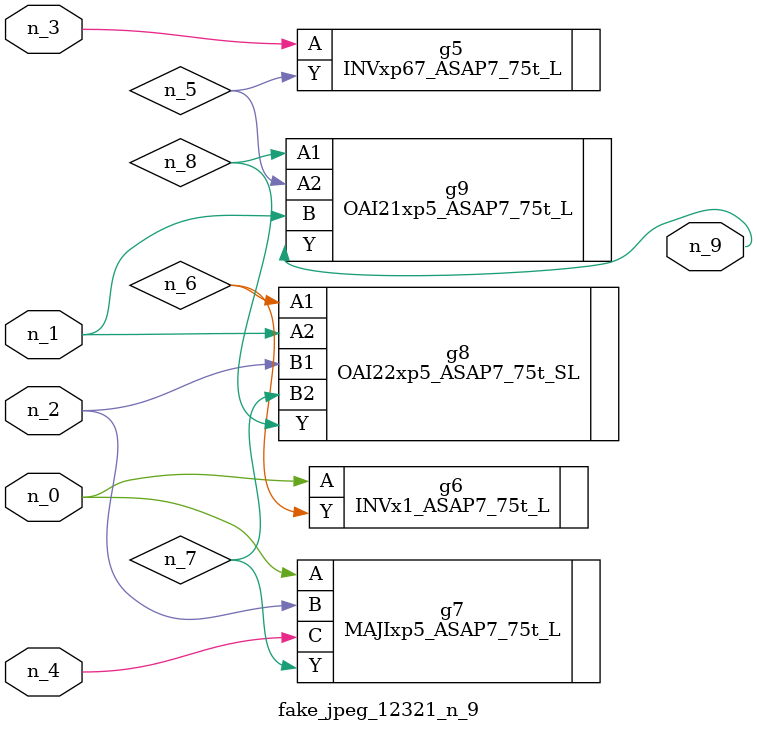
<source format=v>
module fake_jpeg_12321_n_9 (n_3, n_2, n_1, n_0, n_4, n_9);

input n_3;
input n_2;
input n_1;
input n_0;
input n_4;

output n_9;

wire n_8;
wire n_6;
wire n_5;
wire n_7;

INVxp67_ASAP7_75t_L g5 ( 
.A(n_3),
.Y(n_5)
);

INVx1_ASAP7_75t_L g6 ( 
.A(n_0),
.Y(n_6)
);

MAJIxp5_ASAP7_75t_L g7 ( 
.A(n_0),
.B(n_2),
.C(n_4),
.Y(n_7)
);

OAI22xp5_ASAP7_75t_SL g8 ( 
.A1(n_6),
.A2(n_1),
.B1(n_2),
.B2(n_7),
.Y(n_8)
);

OAI21xp5_ASAP7_75t_L g9 ( 
.A1(n_8),
.A2(n_5),
.B(n_1),
.Y(n_9)
);


endmodule
</source>
